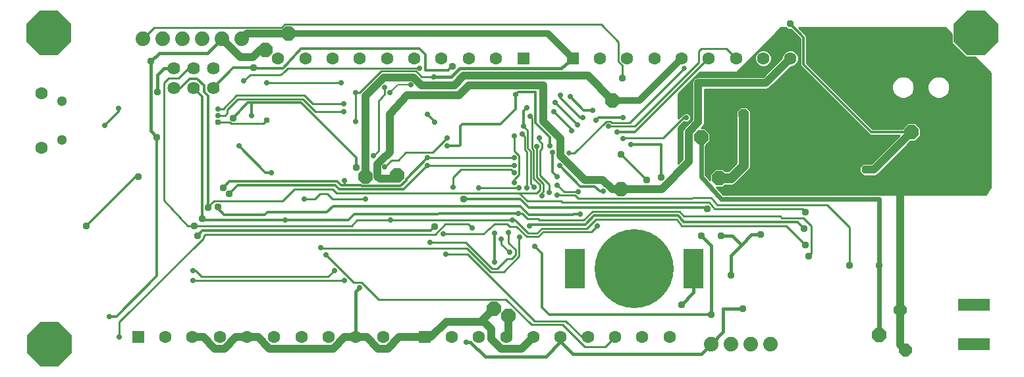
<source format=gbl>
G75*
%MOIN*%
%OFA0B0*%
%FSLAX25Y25*%
%IPPOS*%
%LPD*%
%AMOC8*
5,1,8,0,0,1.08239X$1,22.5*
%
%ADD10C,0.40000*%
%ADD11R,0.10000X0.20000*%
%ADD12C,0.06400*%
%ADD13C,0.07400*%
%ADD14R,0.06299X0.06299*%
%ADD15C,0.06299*%
%ADD16R,0.16000X0.06000*%
%ADD17C,0.05118*%
%ADD18C,0.03150*%
%ADD19OC8,0.03543*%
%ADD20OC8,0.02559*%
%ADD21C,0.01200*%
%ADD22C,0.01000*%
%ADD23C,0.05000*%
%ADD24C,0.01600*%
%ADD25C,0.02400*%
%ADD26OC8,0.07087*%
%ADD27C,0.04000*%
%ADD28C,0.03200*%
%ADD29OC8,0.06378*%
%ADD30OC8,0.02835*%
%ADD31OC8,0.05315*%
%ADD32OC8,0.22500*%
%ADD33C,0.00787*%
%ADD34OC8,0.04252*%
%ADD35C,0.02559*%
D10*
X0322869Y0058625D03*
D11*
X0292869Y0058625D03*
X0352869Y0058625D03*
D12*
X0109619Y0150500D03*
X0099619Y0150500D03*
X0089619Y0150500D03*
X0089619Y0160500D03*
X0099619Y0160500D03*
X0109619Y0160500D03*
D13*
X0114119Y0175500D03*
X0124119Y0175500D03*
X0104119Y0175500D03*
X0094119Y0175500D03*
X0084119Y0175500D03*
X0074119Y0175500D03*
X0361619Y0020500D03*
X0371619Y0020500D03*
X0381619Y0020500D03*
X0391619Y0020500D03*
D14*
X0216619Y0024000D03*
X0071619Y0024000D03*
X0266619Y0165500D03*
X0291619Y0165500D03*
D15*
X0305398Y0165500D03*
X0319178Y0165500D03*
X0332957Y0165500D03*
X0346737Y0165500D03*
X0360516Y0165500D03*
X0374296Y0165500D03*
X0388075Y0165500D03*
X0401855Y0165500D03*
X0415634Y0165500D03*
X0252839Y0165500D03*
X0239060Y0165500D03*
X0225280Y0165500D03*
X0211501Y0165500D03*
X0197721Y0165500D03*
X0183942Y0165500D03*
X0170162Y0165500D03*
X0156383Y0165500D03*
X0142603Y0165500D03*
X0022619Y0147780D03*
X0022619Y0120220D03*
X0085398Y0024000D03*
X0099178Y0024000D03*
X0112957Y0024000D03*
X0126737Y0024000D03*
X0140516Y0024000D03*
X0154296Y0024000D03*
X0168075Y0024000D03*
X0181855Y0024000D03*
X0195634Y0024000D03*
X0230398Y0024000D03*
X0244178Y0024000D03*
X0257957Y0024000D03*
X0271737Y0024000D03*
X0285516Y0024000D03*
X0299296Y0024000D03*
X0313075Y0024000D03*
X0326855Y0024000D03*
X0340634Y0024000D03*
D16*
X0494869Y0020500D03*
X0494869Y0040500D03*
D17*
X0033249Y0124157D03*
X0033249Y0143843D03*
D18*
X0414119Y0136862D03*
X0414119Y0132138D03*
D19*
X0397119Y0115500D03*
X0336306Y0105187D03*
X0328994Y0103625D03*
X0315994Y0116750D03*
X0359619Y0088937D03*
X0356619Y0075500D03*
X0366619Y0075500D03*
X0386619Y0076084D03*
X0408869Y0079000D03*
X0409306Y0070813D03*
X0411174Y0065056D03*
X0431619Y0060500D03*
X0446619Y0060500D03*
X0457495Y0085500D03*
X0409463Y0087500D03*
X0371619Y0055500D03*
X0346619Y0040500D03*
X0361619Y0035500D03*
X0377869Y0038500D03*
X0315369Y0054875D03*
X0221619Y0080000D03*
X0236556Y0093937D03*
X0182119Y0110000D03*
X0117869Y0096625D03*
X0114756Y0099816D03*
X0111994Y0090250D03*
X0107244Y0089875D03*
X0104119Y0084250D03*
X0100119Y0080500D03*
X0101619Y0075500D03*
X0045404Y0080559D03*
X0071619Y0105500D03*
X0081244Y0125500D03*
X0119869Y0135250D03*
X0081369Y0148438D03*
X0078119Y0164000D03*
X0130119Y0160625D03*
X0230758Y0161530D03*
X0316619Y0155419D03*
X0397119Y0153369D03*
X0401619Y0183000D03*
D20*
X0290369Y0146125D03*
X0285369Y0146750D03*
X0282869Y0143000D03*
X0282089Y0138470D03*
X0296619Y0135500D03*
X0294119Y0131750D03*
X0290994Y0128625D03*
X0303494Y0134250D03*
X0301619Y0139250D03*
X0317244Y0135500D03*
X0309744Y0131125D03*
X0314119Y0128000D03*
X0317244Y0124816D03*
X0320994Y0121750D03*
X0349195Y0135500D03*
X0284994Y0110937D03*
X0283872Y0105500D03*
X0283830Y0101226D03*
X0279688Y0097419D03*
X0275975Y0095789D03*
X0283761Y0095937D03*
X0294522Y0097687D03*
X0307244Y0098000D03*
X0295369Y0086437D03*
X0304122Y0080497D03*
X0272406Y0069999D03*
X0259619Y0067000D03*
X0255494Y0073750D03*
X0264752Y0074627D03*
X0259119Y0077000D03*
X0252247Y0076817D03*
X0240619Y0079524D03*
X0226119Y0076500D03*
X0219436Y0072222D03*
X0227436Y0066155D03*
X0252119Y0062000D03*
X0269619Y0080500D03*
X0260962Y0083313D03*
X0264228Y0086625D03*
X0264545Y0099851D03*
X0262119Y0102285D03*
X0268489Y0099851D03*
X0272267Y0099970D03*
X0262119Y0107444D03*
X0262119Y0111222D03*
X0262119Y0115000D03*
X0273470Y0120914D03*
X0280147Y0121125D03*
X0281494Y0117625D03*
X0274619Y0125000D03*
X0266092Y0127000D03*
X0262119Y0126000D03*
X0266619Y0131000D03*
X0270119Y0136000D03*
X0268345Y0140552D03*
X0262767Y0146961D03*
X0221536Y0156214D03*
X0209619Y0152000D03*
X0199119Y0148000D03*
X0196345Y0150774D03*
X0181619Y0148000D03*
X0175908Y0142278D03*
X0175908Y0138500D03*
X0181619Y0133500D03*
X0218223Y0137000D03*
X0221874Y0133245D03*
X0228119Y0125000D03*
X0228119Y0121000D03*
X0218119Y0115000D03*
X0218119Y0111000D03*
X0196576Y0110293D03*
X0190908Y0115994D03*
X0176202Y0103412D03*
X0186619Y0094000D03*
X0199442Y0083313D03*
X0164119Y0069500D03*
X0166927Y0065808D03*
X0171032Y0057758D03*
X0175954Y0052836D03*
X0183677Y0049058D03*
X0237619Y0021500D03*
X0099505Y0052614D03*
X0099505Y0057614D03*
X0057119Y0034500D03*
X0062119Y0024000D03*
X0146119Y0083457D03*
X0155619Y0094000D03*
X0139119Y0107500D03*
X0122619Y0121000D03*
X0129119Y0136500D03*
X0112119Y0136500D03*
X0112230Y0139911D03*
X0125119Y0154000D03*
X0136619Y0153000D03*
X0174408Y0153000D03*
X0214217Y0160598D03*
X0061619Y0140000D03*
X0054619Y0131500D03*
X0231119Y0100000D03*
X0244119Y0099851D03*
D21*
X0236556Y0093937D02*
X0264463Y0093940D01*
X0265220Y0093940D01*
X0269362Y0089798D01*
X0358758Y0089798D01*
X0359619Y0088937D01*
X0347869Y0082500D02*
X0345244Y0085625D01*
X0302369Y0085625D01*
X0297994Y0081250D01*
X0270369Y0081250D01*
X0269619Y0080500D01*
X0270244Y0081125D01*
X0269520Y0086125D02*
X0265145Y0090500D01*
X0170306Y0090500D01*
X0167156Y0087350D01*
X0137049Y0087350D01*
X0135824Y0086125D01*
X0115194Y0086125D01*
X0111994Y0089325D01*
X0111994Y0090250D01*
X0107244Y0089875D02*
X0107244Y0146370D01*
X0105019Y0148595D01*
X0105019Y0151605D01*
X0101524Y0155100D01*
X0097713Y0155100D01*
X0093113Y0150500D01*
X0089619Y0150500D01*
X0099619Y0150500D02*
X0104059Y0146059D01*
X0104059Y0088556D01*
X0104119Y0088497D01*
X0104119Y0084250D01*
X0104119Y0087012D01*
X0104119Y0084250D02*
X0104119Y0084125D01*
X0104694Y0083500D01*
X0146119Y0083457D01*
X0178042Y0083423D01*
X0181214Y0086595D01*
X0182629Y0086595D01*
X0264228Y0086625D01*
X0269520Y0086125D02*
X0291619Y0086125D01*
X0292244Y0086437D01*
X0295369Y0086437D01*
X0291669Y0086125D02*
X0291619Y0086125D01*
X0305369Y0098000D02*
X0302869Y0100500D01*
X0295431Y0100500D01*
X0284994Y0110937D01*
X0281494Y0107878D02*
X0281494Y0117625D01*
X0280147Y0121125D02*
X0280147Y0125500D01*
X0272869Y0132779D01*
X0272869Y0148313D01*
X0264118Y0148313D01*
X0262767Y0146961D01*
X0262767Y0139648D01*
X0255119Y0132000D01*
X0235619Y0132000D01*
X0234619Y0131000D01*
X0234619Y0121342D01*
X0234277Y0121000D01*
X0228119Y0121000D01*
X0218119Y0115000D02*
X0207353Y0104234D01*
X0207353Y0103539D01*
X0204580Y0100766D01*
X0184658Y0100766D01*
X0184424Y0101000D01*
X0176279Y0101000D01*
X0174462Y0101000D01*
X0172462Y0103000D01*
X0117756Y0103000D01*
X0114756Y0099816D01*
X0117869Y0096625D02*
X0122244Y0101000D01*
X0171319Y0101000D01*
X0173319Y0099000D01*
X0183892Y0099000D01*
X0183916Y0098976D01*
X0206094Y0098976D01*
X0218119Y0111000D01*
X0182119Y0110000D02*
X0182119Y0115000D01*
X0154184Y0142934D01*
X0129119Y0142934D01*
X0129119Y0136500D01*
X0127053Y0142934D02*
X0119869Y0135250D01*
X0127053Y0142934D02*
X0129119Y0142934D01*
X0119744Y0160625D02*
X0109619Y0150500D01*
X0119744Y0160625D02*
X0130119Y0160625D01*
X0129838Y0160406D01*
X0144973Y0160406D01*
X0154169Y0170500D01*
X0214146Y0170500D01*
X0217098Y0167548D01*
X0217098Y0159564D01*
X0228680Y0159564D01*
X0229050Y0159934D01*
X0230412Y0161184D01*
X0230758Y0161530D01*
X0221572Y0156250D02*
X0220647Y0155325D01*
X0266619Y0138826D02*
X0268345Y0140552D01*
X0266619Y0138826D02*
X0266619Y0131000D01*
X0282089Y0138470D02*
X0290684Y0129875D01*
X0290994Y0128625D01*
X0294119Y0131750D02*
X0282869Y0143000D01*
X0285369Y0145500D02*
X0285369Y0146750D01*
X0285369Y0145500D02*
X0295369Y0135500D01*
X0296619Y0135500D01*
X0297244Y0139250D02*
X0290369Y0146125D01*
X0297244Y0139250D02*
X0301619Y0139250D01*
X0304744Y0135500D02*
X0317244Y0135500D01*
X0304744Y0135500D02*
X0303494Y0134250D01*
X0314119Y0128000D02*
X0323016Y0128000D01*
X0360516Y0165500D01*
X0401619Y0183000D02*
X0408494Y0176125D01*
X0408494Y0162375D01*
X0442871Y0127997D01*
X0463181Y0127997D01*
X0349195Y0135500D02*
X0347869Y0135500D01*
X0336306Y0121750D02*
X0320994Y0121750D01*
X0315994Y0116750D02*
X0328994Y0103625D01*
X0336306Y0105187D02*
X0336306Y0121750D01*
X0283872Y0105500D02*
X0281494Y0107878D01*
X0305369Y0098000D02*
X0307244Y0098000D01*
X0347869Y0082500D02*
X0385324Y0082500D01*
X0386107Y0082535D01*
X0386145Y0082500D01*
X0405369Y0082500D01*
X0408869Y0079000D01*
X0322869Y0058625D02*
X0322869Y0054875D01*
X0315369Y0054875D01*
X0276119Y0066286D02*
X0276119Y0039000D01*
X0279619Y0035500D01*
X0361619Y0035500D01*
X0276119Y0066286D02*
X0272406Y0069999D01*
X0252247Y0076817D02*
X0252247Y0062128D01*
X0252119Y0062000D01*
X0221619Y0080000D02*
X0219619Y0078000D01*
X0104119Y0078000D01*
X0101619Y0075500D01*
X0070345Y0105500D02*
X0045404Y0080559D01*
X0070345Y0105500D02*
X0071619Y0105500D01*
X0122619Y0121000D02*
X0136119Y0107500D01*
X0139119Y0107500D01*
X0081244Y0125500D02*
X0081244Y0055125D01*
X0060619Y0034500D01*
X0057119Y0034500D01*
X0054619Y0131500D02*
X0061619Y0138500D01*
X0061619Y0140000D01*
X0114119Y0175500D02*
X0114144Y0175500D01*
D22*
X0144529Y0181214D02*
X0079832Y0181214D01*
X0074119Y0175500D01*
X0092119Y0155500D02*
X0097119Y0160500D01*
X0099619Y0160500D01*
X0092119Y0155500D02*
X0087119Y0155500D01*
X0084619Y0153000D01*
X0084619Y0093500D01*
X0096619Y0080500D01*
X0100119Y0080500D01*
X0179706Y0080500D01*
X0182519Y0083313D01*
X0199442Y0083313D01*
X0260962Y0083313D01*
X0262556Y0083313D01*
X0269119Y0076750D01*
X0273494Y0076750D01*
X0275994Y0079250D01*
X0298931Y0079250D01*
X0303306Y0083625D01*
X0344306Y0083625D01*
X0346744Y0080500D01*
X0399619Y0080500D01*
X0409306Y0070813D01*
X0412453Y0066334D02*
X0412453Y0080278D01*
X0408331Y0084400D01*
X0397594Y0084400D01*
X0396619Y0085375D01*
X0347869Y0085375D01*
X0345869Y0087875D01*
X0301619Y0087875D01*
X0297056Y0083313D01*
X0274744Y0083313D01*
X0274119Y0083938D01*
X0268806Y0083938D01*
X0266119Y0086625D01*
X0264228Y0086625D01*
X0263095Y0080228D02*
X0268373Y0074950D01*
X0274239Y0074950D01*
X0276739Y0077450D01*
X0301075Y0077450D01*
X0304122Y0080497D01*
X0286360Y0092375D02*
X0285735Y0093000D01*
X0268619Y0093000D01*
X0264556Y0097062D01*
X0172012Y0097062D01*
X0170012Y0099062D01*
X0150681Y0099062D01*
X0144869Y0093250D01*
X0110219Y0093250D01*
X0107244Y0090275D01*
X0107244Y0089875D01*
X0105719Y0076100D02*
X0222219Y0076100D01*
X0227119Y0081500D01*
X0238642Y0081500D01*
X0240619Y0079524D01*
X0246606Y0076500D02*
X0226119Y0076500D01*
X0219436Y0072222D02*
X0237535Y0072222D01*
X0250841Y0058916D01*
X0253396Y0058916D01*
X0258396Y0063916D01*
X0260896Y0063916D01*
X0262703Y0065722D01*
X0262703Y0068278D01*
X0259119Y0071862D01*
X0259119Y0077000D01*
X0264503Y0074378D02*
X0264752Y0074627D01*
X0264503Y0074378D02*
X0264503Y0064977D01*
X0256642Y0057116D01*
X0250096Y0057116D01*
X0238267Y0068944D01*
X0164675Y0068944D01*
X0164119Y0069500D01*
X0166927Y0065808D02*
X0180888Y0051847D01*
X0184832Y0051847D01*
X0186466Y0050213D01*
X0186466Y0050153D01*
X0193366Y0043253D01*
X0257880Y0043253D01*
X0270790Y0030343D01*
X0286523Y0030343D01*
X0297866Y0019000D01*
X0308119Y0019000D01*
X0313075Y0023957D01*
X0313075Y0024000D01*
X0299296Y0024000D02*
X0296411Y0024000D01*
X0288268Y0032143D01*
X0272522Y0032143D01*
X0238511Y0066155D01*
X0227436Y0066155D01*
X0255494Y0071125D02*
X0259619Y0067000D01*
X0255494Y0071125D02*
X0255494Y0073750D01*
X0252119Y0081513D02*
X0246606Y0076500D01*
X0252119Y0081513D02*
X0258400Y0081513D01*
X0259684Y0080228D01*
X0263095Y0080228D01*
X0286360Y0092375D02*
X0360669Y0092375D01*
X0363481Y0088937D01*
X0408026Y0088937D01*
X0409463Y0087500D01*
X0420336Y0091125D02*
X0431619Y0079842D01*
X0431619Y0060500D01*
X0412453Y0066334D02*
X0411174Y0065056D01*
X0420336Y0091125D02*
X0364744Y0091125D01*
X0361882Y0094611D01*
X0354169Y0094611D01*
X0350395Y0094526D01*
X0350173Y0094304D01*
X0294554Y0094304D01*
X0292920Y0095937D01*
X0283761Y0095937D01*
X0285432Y0095937D01*
X0287369Y0097687D02*
X0283830Y0101226D01*
X0279688Y0101585D02*
X0279688Y0097419D01*
X0276856Y0098069D02*
X0275975Y0097188D01*
X0275975Y0095789D01*
X0276856Y0098069D02*
X0276856Y0101871D01*
X0273470Y0105257D01*
X0273470Y0120914D01*
X0271880Y0119153D02*
X0271880Y0104598D01*
X0275056Y0101421D01*
X0275056Y0098815D01*
X0273304Y0097062D01*
X0264556Y0097062D01*
X0264545Y0099851D02*
X0244119Y0099851D01*
X0235119Y0109000D02*
X0231119Y0105000D01*
X0231119Y0100000D01*
X0235119Y0109000D02*
X0260397Y0109000D01*
X0260963Y0108433D01*
X0261130Y0108433D01*
X0262119Y0107444D01*
X0264489Y0106462D02*
X0262119Y0104092D01*
X0262119Y0102285D01*
X0268489Y0099851D02*
X0268489Y0118044D01*
X0267291Y0119243D01*
X0267291Y0125802D01*
X0266092Y0127000D01*
X0268881Y0128737D02*
X0268881Y0119902D01*
X0270289Y0118494D01*
X0270289Y0101948D01*
X0272267Y0099970D01*
X0275270Y0106002D02*
X0279688Y0101585D01*
X0275270Y0106002D02*
X0275270Y0118770D01*
X0276259Y0119759D01*
X0276259Y0122069D01*
X0274619Y0123710D01*
X0274619Y0125000D01*
X0268881Y0128737D02*
X0266619Y0131000D01*
X0270681Y0135438D02*
X0270119Y0136000D01*
X0271100Y0135019D01*
X0271100Y0119932D01*
X0271880Y0119153D01*
X0264489Y0115982D02*
X0264489Y0106462D01*
X0262119Y0111222D02*
X0218341Y0111222D01*
X0218119Y0111000D01*
X0218119Y0115000D02*
X0262119Y0115000D01*
X0264489Y0115982D02*
X0262119Y0118352D01*
X0262119Y0126000D01*
X0289846Y0117281D02*
X0292548Y0117281D01*
X0308762Y0133495D01*
X0310725Y0133495D01*
X0311505Y0132716D01*
X0320354Y0132716D01*
X0348119Y0160480D01*
X0355305Y0163452D02*
X0322978Y0131125D01*
X0309744Y0131125D01*
X0317244Y0125128D02*
X0317244Y0124816D01*
X0317244Y0125128D02*
X0337497Y0125128D01*
X0347869Y0135500D01*
X0347533Y0137191D02*
X0347168Y0137191D01*
X0346178Y0136200D01*
X0346178Y0136059D01*
X0345119Y0134999D01*
X0345119Y0147500D01*
X0356119Y0158500D01*
X0374619Y0158500D01*
X0397119Y0181000D01*
X0399571Y0181000D01*
X0400433Y0180138D01*
X0402090Y0180138D01*
X0406803Y0175425D01*
X0406803Y0161675D01*
X0407793Y0160684D01*
X0442171Y0126307D01*
X0457120Y0126307D01*
X0442904Y0112091D01*
X0441577Y0112091D01*
X0441451Y0112217D01*
X0438786Y0112217D01*
X0436902Y0110332D01*
X0436902Y0107668D01*
X0438786Y0105783D01*
X0441451Y0105783D01*
X0441577Y0105909D01*
X0444799Y0105909D01*
X0445935Y0106380D01*
X0446804Y0107249D01*
X0462918Y0123363D01*
X0465101Y0123363D01*
X0467815Y0126078D01*
X0467815Y0129917D01*
X0465101Y0132631D01*
X0461262Y0132631D01*
X0458547Y0129917D01*
X0458547Y0129688D01*
X0443572Y0129688D01*
X0410184Y0163075D01*
X0410184Y0176825D01*
X0406010Y0181000D01*
X0480119Y0181000D01*
X0483341Y0177778D01*
X0483341Y0173201D01*
X0490570Y0165972D01*
X0495147Y0165972D01*
X0503119Y0158000D01*
X0503119Y0100000D01*
X0500619Y0096500D01*
X0447608Y0096500D01*
X0447568Y0096541D01*
X0367647Y0096541D01*
X0364469Y0100116D01*
X0367788Y0100116D01*
X0368831Y0101159D01*
X0372583Y0101159D01*
X0373903Y0101706D01*
X0381163Y0108966D01*
X0381709Y0110286D01*
X0381709Y0135290D01*
X0381867Y0135448D01*
X0381867Y0138552D01*
X0379671Y0140748D01*
X0376566Y0140748D01*
X0374371Y0138552D01*
X0374371Y0135448D01*
X0374528Y0135290D01*
X0374528Y0112487D01*
X0370381Y0108341D01*
X0368831Y0108341D01*
X0367788Y0109384D01*
X0363949Y0109384D01*
X0361235Y0106669D01*
X0361235Y0103755D01*
X0358909Y0106371D01*
X0358909Y0121237D01*
X0361253Y0123581D01*
X0361253Y0127419D01*
X0358538Y0130134D01*
X0356781Y0130134D01*
X0357899Y0131252D01*
X0358369Y0132388D01*
X0358369Y0149907D01*
X0388678Y0149851D01*
X0388680Y0149850D01*
X0389295Y0149850D01*
X0389904Y0149849D01*
X0389907Y0149850D01*
X0389910Y0149850D01*
X0390478Y0150085D01*
X0391041Y0150317D01*
X0391043Y0150319D01*
X0391046Y0150320D01*
X0391480Y0150754D01*
X0391912Y0151185D01*
X0391913Y0151188D01*
X0401985Y0161260D01*
X0402698Y0161260D01*
X0404257Y0161905D01*
X0405450Y0163098D01*
X0406095Y0164657D01*
X0406095Y0166343D01*
X0405450Y0167902D01*
X0404257Y0169095D01*
X0402698Y0169740D01*
X0401012Y0169740D01*
X0399453Y0169095D01*
X0398260Y0167902D01*
X0397615Y0166343D01*
X0397615Y0165631D01*
X0388017Y0156033D01*
X0355896Y0156092D01*
X0355894Y0156093D01*
X0355279Y0156093D01*
X0354670Y0156094D01*
X0354667Y0156093D01*
X0354664Y0156093D01*
X0354096Y0155858D01*
X0353533Y0155626D01*
X0353531Y0155624D01*
X0353528Y0155623D01*
X0353094Y0155189D01*
X0352662Y0154758D01*
X0352661Y0154755D01*
X0352659Y0154753D01*
X0352424Y0154187D01*
X0352189Y0153623D01*
X0352189Y0153620D01*
X0352188Y0153618D01*
X0352188Y0153005D01*
X0352187Y0152394D01*
X0352188Y0152391D01*
X0352188Y0134283D01*
X0347746Y0129841D01*
X0347275Y0128705D01*
X0347275Y0114329D01*
X0345119Y0112073D01*
X0345119Y0130501D01*
X0347980Y0133362D01*
X0348213Y0133130D01*
X0350176Y0133130D01*
X0351565Y0134518D01*
X0351565Y0136482D01*
X0350176Y0137870D01*
X0348213Y0137870D01*
X0347533Y0137191D01*
X0347652Y0137309D02*
X0345119Y0137309D01*
X0345119Y0136311D02*
X0346289Y0136311D01*
X0345432Y0135312D02*
X0345119Y0135312D01*
X0347934Y0133315D02*
X0348027Y0133315D01*
X0346935Y0132317D02*
X0350222Y0132317D01*
X0350362Y0133315D02*
X0351221Y0133315D01*
X0351360Y0134314D02*
X0352188Y0134314D01*
X0352188Y0135312D02*
X0351565Y0135312D01*
X0351565Y0136311D02*
X0352188Y0136311D01*
X0352188Y0137309D02*
X0350737Y0137309D01*
X0352188Y0138308D02*
X0345119Y0138308D01*
X0345119Y0139306D02*
X0352188Y0139306D01*
X0352188Y0140305D02*
X0345119Y0140305D01*
X0345119Y0141303D02*
X0352188Y0141303D01*
X0352188Y0142302D02*
X0345119Y0142302D01*
X0345119Y0143301D02*
X0352188Y0143301D01*
X0352188Y0144299D02*
X0345119Y0144299D01*
X0345119Y0145298D02*
X0352188Y0145298D01*
X0352188Y0146296D02*
X0345119Y0146296D01*
X0345119Y0147295D02*
X0352188Y0147295D01*
X0352188Y0148293D02*
X0345912Y0148293D01*
X0346910Y0149292D02*
X0352188Y0149292D01*
X0352188Y0150290D02*
X0347909Y0150290D01*
X0348907Y0151289D02*
X0352188Y0151289D01*
X0352188Y0152287D02*
X0349906Y0152287D01*
X0350904Y0153286D02*
X0352188Y0153286D01*
X0352464Y0154284D02*
X0351903Y0154284D01*
X0352901Y0155283D02*
X0353188Y0155283D01*
X0353900Y0156281D02*
X0388265Y0156281D01*
X0389264Y0157280D02*
X0354898Y0157280D01*
X0355897Y0158278D02*
X0390262Y0158278D01*
X0391261Y0159277D02*
X0375395Y0159277D01*
X0376394Y0160275D02*
X0392259Y0160275D01*
X0393258Y0161274D02*
X0388952Y0161274D01*
X0388919Y0161260D02*
X0390477Y0161905D01*
X0391670Y0163098D01*
X0392316Y0164657D01*
X0392316Y0166343D01*
X0391670Y0167902D01*
X0390477Y0169095D01*
X0388919Y0169740D01*
X0387232Y0169740D01*
X0385674Y0169095D01*
X0384481Y0167902D01*
X0383835Y0166343D01*
X0383835Y0164657D01*
X0384481Y0163098D01*
X0385674Y0161905D01*
X0387232Y0161260D01*
X0388919Y0161260D01*
X0387198Y0161274D02*
X0377392Y0161274D01*
X0378391Y0162272D02*
X0385307Y0162272D01*
X0384409Y0163271D02*
X0379389Y0163271D01*
X0380388Y0164269D02*
X0383996Y0164269D01*
X0383835Y0165268D02*
X0381387Y0165268D01*
X0382385Y0166266D02*
X0383835Y0166266D01*
X0384217Y0167265D02*
X0383384Y0167265D01*
X0384382Y0168263D02*
X0384842Y0168263D01*
X0385381Y0169262D02*
X0386077Y0169262D01*
X0386379Y0170260D02*
X0406803Y0170260D01*
X0406803Y0169262D02*
X0403853Y0169262D01*
X0405088Y0168263D02*
X0406803Y0168263D01*
X0406803Y0167265D02*
X0405713Y0167265D01*
X0406095Y0166266D02*
X0406803Y0166266D01*
X0406803Y0165268D02*
X0406095Y0165268D01*
X0405935Y0164269D02*
X0406803Y0164269D01*
X0406803Y0163271D02*
X0405521Y0163271D01*
X0404624Y0162272D02*
X0406803Y0162272D01*
X0407204Y0161274D02*
X0402732Y0161274D01*
X0401001Y0160275D02*
X0408203Y0160275D01*
X0409201Y0159277D02*
X0400002Y0159277D01*
X0399004Y0158278D02*
X0410200Y0158278D01*
X0411198Y0157280D02*
X0398005Y0157280D01*
X0397007Y0156281D02*
X0412197Y0156281D01*
X0413195Y0155283D02*
X0396008Y0155283D01*
X0395010Y0154284D02*
X0414194Y0154284D01*
X0415192Y0153286D02*
X0394011Y0153286D01*
X0393013Y0152287D02*
X0416191Y0152287D01*
X0417189Y0151289D02*
X0392014Y0151289D01*
X0390976Y0150290D02*
X0418188Y0150290D01*
X0419186Y0149292D02*
X0358369Y0149292D01*
X0358369Y0148293D02*
X0420185Y0148293D01*
X0421183Y0147295D02*
X0358369Y0147295D01*
X0358369Y0146296D02*
X0422182Y0146296D01*
X0423180Y0145298D02*
X0358369Y0145298D01*
X0358369Y0144299D02*
X0424179Y0144299D01*
X0425177Y0143301D02*
X0358369Y0143301D01*
X0358369Y0142302D02*
X0426176Y0142302D01*
X0427174Y0141303D02*
X0358369Y0141303D01*
X0358369Y0140305D02*
X0376123Y0140305D01*
X0375125Y0139306D02*
X0358369Y0139306D01*
X0358369Y0138308D02*
X0374371Y0138308D01*
X0374371Y0137309D02*
X0358369Y0137309D01*
X0358369Y0136311D02*
X0374371Y0136311D01*
X0374506Y0135312D02*
X0358369Y0135312D01*
X0358369Y0134314D02*
X0374528Y0134314D01*
X0374528Y0133315D02*
X0358369Y0133315D01*
X0358340Y0132317D02*
X0374528Y0132317D01*
X0374528Y0131318D02*
X0357926Y0131318D01*
X0356967Y0130320D02*
X0374528Y0130320D01*
X0374528Y0129321D02*
X0359351Y0129321D01*
X0360349Y0128323D02*
X0374528Y0128323D01*
X0374528Y0127324D02*
X0361253Y0127324D01*
X0361253Y0126326D02*
X0374528Y0126326D01*
X0374528Y0125327D02*
X0361253Y0125327D01*
X0361253Y0124329D02*
X0374528Y0124329D01*
X0374528Y0123330D02*
X0361002Y0123330D01*
X0360004Y0122332D02*
X0374528Y0122332D01*
X0374528Y0121333D02*
X0359005Y0121333D01*
X0358909Y0120335D02*
X0374528Y0120335D01*
X0374528Y0119336D02*
X0358909Y0119336D01*
X0358909Y0118338D02*
X0374528Y0118338D01*
X0374528Y0117339D02*
X0358909Y0117339D01*
X0358909Y0116341D02*
X0374528Y0116341D01*
X0374528Y0115342D02*
X0358909Y0115342D01*
X0358909Y0114344D02*
X0374528Y0114344D01*
X0374528Y0113345D02*
X0358909Y0113345D01*
X0358909Y0112347D02*
X0374388Y0112347D01*
X0373389Y0111348D02*
X0358909Y0111348D01*
X0358909Y0110350D02*
X0372391Y0110350D01*
X0371392Y0109351D02*
X0367821Y0109351D01*
X0368819Y0108353D02*
X0370394Y0108353D01*
X0363917Y0109351D02*
X0358909Y0109351D01*
X0358909Y0108353D02*
X0362918Y0108353D01*
X0361920Y0107354D02*
X0358909Y0107354D01*
X0358923Y0106356D02*
X0361235Y0106356D01*
X0361235Y0105357D02*
X0359810Y0105357D01*
X0360698Y0104359D02*
X0361235Y0104359D01*
X0365136Y0099366D02*
X0502666Y0099366D01*
X0503119Y0100365D02*
X0368037Y0100365D01*
X0366023Y0098368D02*
X0501953Y0098368D01*
X0501239Y0097369D02*
X0366911Y0097369D01*
X0373074Y0101363D02*
X0503119Y0101363D01*
X0503119Y0102362D02*
X0374558Y0102362D01*
X0375557Y0103360D02*
X0503119Y0103360D01*
X0503119Y0104359D02*
X0376555Y0104359D01*
X0377554Y0105357D02*
X0503119Y0105357D01*
X0503119Y0106356D02*
X0445876Y0106356D01*
X0446909Y0107354D02*
X0503119Y0107354D01*
X0503119Y0108353D02*
X0447907Y0108353D01*
X0448906Y0109351D02*
X0503119Y0109351D01*
X0503119Y0110350D02*
X0449904Y0110350D01*
X0450903Y0111348D02*
X0503119Y0111348D01*
X0503119Y0112347D02*
X0451901Y0112347D01*
X0452900Y0113345D02*
X0503119Y0113345D01*
X0503119Y0114344D02*
X0453898Y0114344D01*
X0454897Y0115342D02*
X0503119Y0115342D01*
X0503119Y0116341D02*
X0455895Y0116341D01*
X0456894Y0117339D02*
X0503119Y0117339D01*
X0503119Y0118338D02*
X0457892Y0118338D01*
X0458891Y0119336D02*
X0503119Y0119336D01*
X0503119Y0120335D02*
X0459889Y0120335D01*
X0460888Y0121333D02*
X0503119Y0121333D01*
X0503119Y0122332D02*
X0461886Y0122332D01*
X0462885Y0123330D02*
X0503119Y0123330D01*
X0503119Y0124329D02*
X0466066Y0124329D01*
X0467065Y0125327D02*
X0503119Y0125327D01*
X0503119Y0126326D02*
X0467815Y0126326D01*
X0467815Y0127324D02*
X0503119Y0127324D01*
X0503119Y0128323D02*
X0467815Y0128323D01*
X0467815Y0129321D02*
X0503119Y0129321D01*
X0503119Y0130320D02*
X0467412Y0130320D01*
X0466413Y0131318D02*
X0503119Y0131318D01*
X0503119Y0132317D02*
X0465415Y0132317D01*
X0460948Y0132317D02*
X0440943Y0132317D01*
X0441941Y0131318D02*
X0459949Y0131318D01*
X0458951Y0130320D02*
X0442940Y0130320D01*
X0440155Y0128323D02*
X0381709Y0128323D01*
X0381709Y0129321D02*
X0439157Y0129321D01*
X0438158Y0130320D02*
X0381709Y0130320D01*
X0381709Y0131318D02*
X0437160Y0131318D01*
X0436161Y0132317D02*
X0381709Y0132317D01*
X0381709Y0133315D02*
X0435163Y0133315D01*
X0434164Y0134314D02*
X0381709Y0134314D01*
X0381732Y0135312D02*
X0433166Y0135312D01*
X0432167Y0136311D02*
X0381867Y0136311D01*
X0381867Y0137309D02*
X0431168Y0137309D01*
X0430170Y0138308D02*
X0381867Y0138308D01*
X0381113Y0139306D02*
X0429171Y0139306D01*
X0428173Y0140305D02*
X0380114Y0140305D01*
X0349224Y0131318D02*
X0345936Y0131318D01*
X0345119Y0130320D02*
X0348225Y0130320D01*
X0347531Y0129321D02*
X0345119Y0129321D01*
X0345119Y0128323D02*
X0347275Y0128323D01*
X0347275Y0127324D02*
X0345119Y0127324D01*
X0345119Y0126326D02*
X0347275Y0126326D01*
X0347275Y0125327D02*
X0345119Y0125327D01*
X0345119Y0124329D02*
X0347275Y0124329D01*
X0347275Y0123330D02*
X0345119Y0123330D01*
X0345119Y0122332D02*
X0347275Y0122332D01*
X0347275Y0121333D02*
X0345119Y0121333D01*
X0345119Y0120335D02*
X0347275Y0120335D01*
X0347275Y0119336D02*
X0345119Y0119336D01*
X0345119Y0118338D02*
X0347275Y0118338D01*
X0347275Y0117339D02*
X0345119Y0117339D01*
X0345119Y0116341D02*
X0347275Y0116341D01*
X0347275Y0115342D02*
X0345119Y0115342D01*
X0345119Y0114344D02*
X0347275Y0114344D01*
X0346335Y0113345D02*
X0345119Y0113345D01*
X0345119Y0112347D02*
X0345380Y0112347D01*
X0378552Y0106356D02*
X0438214Y0106356D01*
X0437216Y0107354D02*
X0379551Y0107354D01*
X0380549Y0108353D02*
X0436902Y0108353D01*
X0436902Y0109351D02*
X0381322Y0109351D01*
X0381709Y0110350D02*
X0436920Y0110350D01*
X0437918Y0111348D02*
X0381709Y0111348D01*
X0381709Y0112347D02*
X0443160Y0112347D01*
X0444158Y0113345D02*
X0381709Y0113345D01*
X0381709Y0114344D02*
X0445157Y0114344D01*
X0446156Y0115342D02*
X0381709Y0115342D01*
X0381709Y0116341D02*
X0447154Y0116341D01*
X0448153Y0117339D02*
X0381709Y0117339D01*
X0381709Y0118338D02*
X0449151Y0118338D01*
X0450150Y0119336D02*
X0381709Y0119336D01*
X0381709Y0120335D02*
X0451148Y0120335D01*
X0452147Y0121333D02*
X0381709Y0121333D01*
X0381709Y0122332D02*
X0453145Y0122332D01*
X0454144Y0123330D02*
X0381709Y0123330D01*
X0381709Y0124329D02*
X0455142Y0124329D01*
X0456141Y0125327D02*
X0381709Y0125327D01*
X0381709Y0126326D02*
X0442152Y0126326D01*
X0441154Y0127324D02*
X0381709Y0127324D01*
X0419619Y0142500D02*
X0424119Y0142500D01*
X0425619Y0141000D01*
X0430958Y0142302D02*
X0503119Y0142302D01*
X0503119Y0141303D02*
X0431956Y0141303D01*
X0432955Y0140305D02*
X0503119Y0140305D01*
X0503119Y0139306D02*
X0433953Y0139306D01*
X0434952Y0138308D02*
X0503119Y0138308D01*
X0503119Y0137309D02*
X0435950Y0137309D01*
X0436949Y0136311D02*
X0503119Y0136311D01*
X0503119Y0135312D02*
X0437947Y0135312D01*
X0438946Y0134314D02*
X0503119Y0134314D01*
X0503119Y0133315D02*
X0439944Y0133315D01*
X0429959Y0143301D02*
X0503119Y0143301D01*
X0503119Y0144299D02*
X0428960Y0144299D01*
X0427962Y0145298D02*
X0457400Y0145298D01*
X0457801Y0145131D02*
X0460061Y0145131D01*
X0462149Y0145996D01*
X0463747Y0147594D01*
X0464612Y0149682D01*
X0464612Y0151943D01*
X0463747Y0154031D01*
X0462149Y0155629D01*
X0460061Y0156494D01*
X0457801Y0156494D01*
X0455713Y0155629D01*
X0454115Y0154031D01*
X0453250Y0151943D01*
X0453250Y0149682D01*
X0454115Y0147594D01*
X0455713Y0145996D01*
X0457801Y0145131D01*
X0455413Y0146296D02*
X0426963Y0146296D01*
X0425965Y0147295D02*
X0454415Y0147295D01*
X0453826Y0148293D02*
X0424966Y0148293D01*
X0423968Y0149292D02*
X0453412Y0149292D01*
X0453250Y0150290D02*
X0422969Y0150290D01*
X0421971Y0151289D02*
X0453250Y0151289D01*
X0453393Y0152287D02*
X0420972Y0152287D01*
X0419974Y0153286D02*
X0453806Y0153286D01*
X0454369Y0154284D02*
X0418975Y0154284D01*
X0417977Y0155283D02*
X0455367Y0155283D01*
X0457288Y0156281D02*
X0416978Y0156281D01*
X0415980Y0157280D02*
X0503119Y0157280D01*
X0503119Y0156281D02*
X0478574Y0156281D01*
X0478061Y0156494D02*
X0475801Y0156494D01*
X0473713Y0155629D01*
X0472115Y0154031D01*
X0471250Y0151943D01*
X0471250Y0149682D01*
X0472115Y0147594D01*
X0473713Y0145996D01*
X0475801Y0145131D01*
X0478061Y0145131D01*
X0480149Y0145996D01*
X0481747Y0147594D01*
X0482612Y0149682D01*
X0482612Y0151943D01*
X0481747Y0154031D01*
X0480149Y0155629D01*
X0478061Y0156494D01*
X0480495Y0155283D02*
X0503119Y0155283D01*
X0503119Y0154284D02*
X0481494Y0154284D01*
X0482056Y0153286D02*
X0503119Y0153286D01*
X0503119Y0152287D02*
X0482470Y0152287D01*
X0482612Y0151289D02*
X0503119Y0151289D01*
X0503119Y0150290D02*
X0482612Y0150290D01*
X0482450Y0149292D02*
X0503119Y0149292D01*
X0503119Y0148293D02*
X0482037Y0148293D01*
X0481448Y0147295D02*
X0503119Y0147295D01*
X0503119Y0146296D02*
X0480449Y0146296D01*
X0478462Y0145298D02*
X0503119Y0145298D01*
X0502841Y0158278D02*
X0414981Y0158278D01*
X0413983Y0159277D02*
X0501842Y0159277D01*
X0500844Y0160275D02*
X0412984Y0160275D01*
X0411986Y0161274D02*
X0499845Y0161274D01*
X0498846Y0162272D02*
X0410987Y0162272D01*
X0410184Y0163271D02*
X0497848Y0163271D01*
X0496849Y0164269D02*
X0410184Y0164269D01*
X0410184Y0165268D02*
X0495851Y0165268D01*
X0490275Y0166266D02*
X0410184Y0166266D01*
X0410184Y0167265D02*
X0489277Y0167265D01*
X0488278Y0168263D02*
X0410184Y0168263D01*
X0410184Y0169262D02*
X0487280Y0169262D01*
X0486281Y0170260D02*
X0410184Y0170260D01*
X0410184Y0171259D02*
X0485283Y0171259D01*
X0484284Y0172257D02*
X0410184Y0172257D01*
X0410184Y0173256D02*
X0483341Y0173256D01*
X0483341Y0174254D02*
X0410184Y0174254D01*
X0410184Y0175253D02*
X0483341Y0175253D01*
X0483341Y0176251D02*
X0410184Y0176251D01*
X0409760Y0177250D02*
X0483341Y0177250D01*
X0482870Y0178248D02*
X0408761Y0178248D01*
X0407763Y0179247D02*
X0481872Y0179247D01*
X0480873Y0180245D02*
X0406764Y0180245D01*
X0403980Y0178248D02*
X0394367Y0178248D01*
X0393369Y0177250D02*
X0404978Y0177250D01*
X0405977Y0176251D02*
X0392370Y0176251D01*
X0391372Y0175253D02*
X0406803Y0175253D01*
X0406803Y0174254D02*
X0390373Y0174254D01*
X0389375Y0173256D02*
X0406803Y0173256D01*
X0406803Y0172257D02*
X0388376Y0172257D01*
X0387378Y0171259D02*
X0406803Y0171259D01*
X0399857Y0169262D02*
X0390074Y0169262D01*
X0391309Y0168263D02*
X0398622Y0168263D01*
X0397996Y0167265D02*
X0391934Y0167265D01*
X0392316Y0166266D02*
X0397615Y0166266D01*
X0397252Y0165268D02*
X0392316Y0165268D01*
X0392155Y0164269D02*
X0396254Y0164269D01*
X0395255Y0163271D02*
X0391742Y0163271D01*
X0390844Y0162272D02*
X0394257Y0162272D01*
X0374296Y0165500D02*
X0369296Y0170500D01*
X0356619Y0170500D01*
X0355305Y0169186D01*
X0355305Y0163452D01*
X0316619Y0162063D02*
X0316619Y0155419D01*
X0316619Y0162063D02*
X0314938Y0163744D01*
X0314938Y0173797D01*
X0306101Y0182634D01*
X0145949Y0182634D01*
X0144529Y0181214D01*
X0147476Y0160598D02*
X0146663Y0159705D01*
X0146196Y0159238D01*
X0145751Y0158749D01*
X0145705Y0158747D01*
X0144252Y0157294D01*
X0143591Y0157263D01*
X0128382Y0157263D01*
X0125119Y0154000D01*
X0136619Y0153000D02*
X0174408Y0153000D01*
X0181619Y0148000D02*
X0183727Y0148000D01*
X0194688Y0158961D01*
X0212502Y0158961D01*
X0215213Y0156250D01*
X0221572Y0156250D01*
X0214217Y0160598D02*
X0147476Y0160598D01*
X0181619Y0148000D02*
X0181619Y0133500D01*
X0175908Y0138500D02*
X0161306Y0138500D01*
X0154971Y0144834D01*
X0122189Y0144834D01*
X0116930Y0139575D01*
X0116930Y0137765D01*
X0115664Y0136500D01*
X0112119Y0136500D01*
X0112230Y0139911D02*
X0114720Y0139911D01*
X0121443Y0146634D01*
X0155717Y0146634D01*
X0160073Y0142278D01*
X0175908Y0142278D01*
X0193319Y0143867D02*
X0193319Y0118406D01*
X0190908Y0115994D01*
X0196576Y0110293D02*
X0200076Y0113793D01*
X0203467Y0113793D01*
X0206963Y0117789D01*
X0220908Y0117789D01*
X0228119Y0125000D01*
X0221874Y0133245D02*
X0221874Y0133349D01*
X0218223Y0137000D01*
X0196345Y0147393D02*
X0193319Y0143867D01*
X0196345Y0147393D02*
X0196345Y0150774D01*
X0136654Y0134012D02*
X0135030Y0132388D01*
X0118683Y0132388D01*
X0118071Y0133000D01*
X0112119Y0133000D01*
X0176202Y0103412D02*
X0176279Y0103336D01*
X0176279Y0101000D01*
X0170024Y0094000D02*
X0167343Y0096681D01*
X0163641Y0096681D01*
X0160960Y0094000D01*
X0155619Y0094000D01*
X0170024Y0094000D02*
X0186619Y0094000D01*
X0105719Y0076100D02*
X0104703Y0075084D01*
X0104703Y0074222D01*
X0062119Y0031638D01*
X0062119Y0024000D01*
X0099505Y0052614D02*
X0099705Y0052814D01*
X0168633Y0052814D01*
X0168655Y0052836D01*
X0175954Y0052836D01*
X0171032Y0057758D02*
X0167888Y0054614D01*
X0103619Y0054614D01*
X0100619Y0057614D01*
X0099505Y0057614D01*
X0287369Y0097687D02*
X0294522Y0097687D01*
X0460462Y0145298D02*
X0475400Y0145298D01*
X0473413Y0146296D02*
X0462449Y0146296D01*
X0463448Y0147295D02*
X0472415Y0147295D01*
X0471826Y0148293D02*
X0464037Y0148293D01*
X0464450Y0149292D02*
X0471412Y0149292D01*
X0471250Y0150290D02*
X0464612Y0150290D01*
X0464612Y0151289D02*
X0471250Y0151289D01*
X0471393Y0152287D02*
X0464470Y0152287D01*
X0464056Y0153286D02*
X0471806Y0153286D01*
X0472369Y0154284D02*
X0463494Y0154284D01*
X0462495Y0155283D02*
X0473367Y0155283D01*
X0475288Y0156281D02*
X0460574Y0156281D01*
X0402981Y0179247D02*
X0395366Y0179247D01*
X0396364Y0180245D02*
X0400326Y0180245D01*
D23*
X0415634Y0165500D02*
X0443769Y0165500D01*
X0444269Y0166000D01*
X0480030Y0166000D01*
X0490244Y0155912D01*
X0490369Y0100500D01*
X0434821Y0100500D01*
X0434021Y0099700D01*
X0388419Y0099700D01*
X0378119Y0111000D02*
X0371869Y0104750D01*
X0365869Y0104750D01*
X0378119Y0111000D02*
X0378119Y0137000D01*
D24*
X0291619Y0165500D02*
X0285827Y0160333D01*
X0234356Y0160333D01*
X0230252Y0156250D01*
X0221572Y0156250D01*
X0221536Y0156214D01*
X0114144Y0175500D02*
X0106856Y0168213D01*
X0082331Y0168213D01*
X0078119Y0164000D01*
X0078119Y0128625D01*
X0081244Y0125500D01*
X0081369Y0148438D02*
X0081369Y0157250D01*
X0084619Y0160500D01*
X0089619Y0160500D01*
X0356619Y0075500D02*
X0361619Y0070500D01*
X0361619Y0035500D01*
X0367869Y0038500D02*
X0367869Y0026750D01*
X0361619Y0020500D01*
X0356619Y0015500D01*
X0291619Y0015500D01*
X0285516Y0021602D01*
X0277971Y0014057D01*
X0247347Y0014057D01*
X0239904Y0021500D01*
X0237619Y0021500D01*
X0285516Y0021602D02*
X0285516Y0024000D01*
X0346619Y0040500D02*
X0352869Y0046750D01*
X0352869Y0058625D01*
X0371619Y0055500D02*
X0371619Y0065500D01*
X0376997Y0070879D01*
X0372376Y0075500D01*
X0366619Y0075500D01*
X0376997Y0070879D02*
X0382203Y0076084D01*
X0386619Y0076084D01*
X0377869Y0038500D02*
X0367869Y0038500D01*
X0183677Y0049058D02*
X0181855Y0047236D01*
X0181855Y0024000D01*
D25*
X0356619Y0105500D02*
X0366619Y0094250D01*
X0446619Y0094250D01*
X0446619Y0060500D01*
X0446619Y0025187D01*
X0457495Y0099624D02*
X0456619Y0100500D01*
X0397119Y0115500D02*
X0397119Y0153369D01*
X0356619Y0125500D02*
X0356619Y0105500D01*
D26*
X0365869Y0104750D03*
X0315994Y0098937D03*
X0356619Y0125500D03*
X0311619Y0144250D03*
X0202619Y0106000D03*
X0186619Y0105500D03*
X0135994Y0169875D03*
X0147869Y0178000D03*
X0463181Y0127997D03*
X0251869Y0038500D03*
X0259119Y0034750D03*
X0446619Y0025187D03*
D27*
X0457495Y0019937D02*
X0460056Y0017375D01*
X0457495Y0019937D02*
X0457495Y0037626D01*
X0457495Y0085500D01*
X0457495Y0099624D01*
X0444184Y0109000D02*
X0440119Y0109000D01*
X0444184Y0109000D02*
X0463181Y0127997D01*
X0401855Y0165500D02*
X0389295Y0152940D01*
X0355279Y0153003D01*
X0355279Y0133003D01*
X0350366Y0128090D01*
X0350366Y0113090D01*
X0336838Y0098937D01*
X0315994Y0098937D01*
X0311779Y0098937D01*
X0306894Y0103823D01*
X0297620Y0103823D01*
X0285364Y0116080D01*
X0285364Y0124796D01*
X0276619Y0133541D01*
X0276619Y0151750D01*
X0239035Y0151750D01*
X0234035Y0146750D01*
X0207869Y0146750D01*
X0199119Y0137000D01*
X0199037Y0133082D01*
X0199037Y0117918D01*
X0195282Y0114163D01*
X0194973Y0114163D01*
X0192706Y0111896D01*
X0192706Y0108690D01*
X0192871Y0108524D01*
X0192871Y0105500D01*
X0193971Y0104400D01*
X0202619Y0104400D01*
X0202619Y0106000D01*
X0186619Y0105500D02*
X0186619Y0146521D01*
X0195968Y0155870D01*
X0211222Y0155870D01*
X0215167Y0151925D01*
X0231681Y0151925D01*
X0236369Y0156613D01*
X0299396Y0156613D01*
X0311696Y0144250D01*
X0311619Y0144250D01*
X0147869Y0178000D02*
X0126619Y0178000D01*
X0124119Y0175500D01*
X0123494Y0166125D02*
X0114119Y0175500D01*
X0129744Y0166125D02*
X0133494Y0169875D01*
X0135994Y0169875D01*
X0129744Y0166125D02*
X0123494Y0166125D01*
X0251869Y0038500D02*
X0245573Y0032204D01*
X0245933Y0031843D01*
X0246805Y0031843D01*
X0250521Y0028127D01*
X0250521Y0022965D01*
X0255330Y0018157D01*
X0265894Y0018157D01*
X0271737Y0024000D01*
X0259119Y0025339D02*
X0257957Y0024000D01*
X0259119Y0025339D02*
X0259119Y0034750D01*
X0245573Y0032204D02*
X0245212Y0031843D01*
X0227771Y0031843D01*
X0219927Y0024000D01*
X0216619Y0024000D01*
X0203752Y0024000D01*
X0198012Y0018260D01*
X0193257Y0018260D01*
X0187517Y0024000D01*
X0181855Y0024000D01*
X0176193Y0024000D01*
X0170453Y0018260D01*
X0138139Y0018260D01*
X0132399Y0024000D01*
X0126737Y0024000D01*
X0121075Y0024000D01*
X0115335Y0018260D01*
X0110580Y0018260D01*
X0104840Y0024000D01*
X0099178Y0024000D01*
D28*
X0311696Y0144250D02*
X0325487Y0144250D01*
X0346737Y0165500D01*
X0291619Y0165500D02*
X0278994Y0178000D01*
X0147869Y0178000D01*
D29*
X0457495Y0037626D03*
X0460056Y0017375D03*
D30*
X0136654Y0134012D03*
X0112119Y0133000D03*
X0370369Y0136250D03*
X0419619Y0142500D03*
X0425619Y0141000D03*
D31*
X0378119Y0137000D03*
D32*
X0026619Y0020500D03*
X0026306Y0178312D03*
X0495681Y0178312D03*
D33*
X0209619Y0152000D02*
X0203119Y0152000D01*
X0199119Y0148000D01*
D34*
X0440119Y0109000D03*
D35*
X0348119Y0160480D03*
X0289846Y0117281D03*
M02*

</source>
